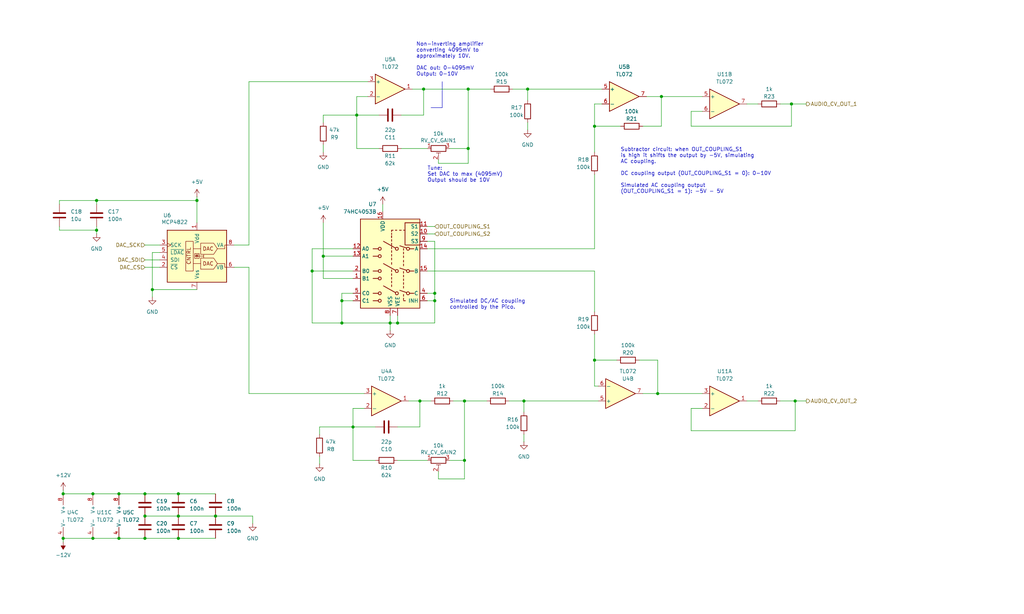
<source format=kicad_sch>
(kicad_sch (version 20250114) (generator "eeschema") (generator_version "9.0")
  (paper "User" 350 210)
  (lib_symbols
    (symbol "+5V_1" (power) (pin_numbers (hide yes)) (pin_names (offset 0) (hide yes))
      (property "Value" "+5V" (at 0 3.556 0))
      (symbol "+5V_1_0_1"
        (polyline (pts (xy -0.762 1.27) (xy 0 2.54)))
        (polyline (pts (xy 0 2.54) (xy 0.762 1.27)))
        (polyline (pts (xy 0 0) (xy 0 2.54)))
      )
      (symbol "+5V_1_1_1"
        (pin power_in line (at 0 0 90) (length 0) (name "~") (number "1"))
      )
    )
    (symbol "Amplifier_Operational:TL072" (pin_names (offset 0.127))
      (property "Reference" "U" (at 0 5.08 0))
      (property "Value" "TL072" (at 0 -5.08 0))
      (symbol "TL072_1_1"
        (polyline (pts (xy -5.08 5.08) (xy 5.08 0) (xy -5.08 -5.08) (xy -5.08 5.08)) (stroke (width 0.254)) (fill (type background)))
        (pin input line (at -7.62 2.54 0) (length 2.54) (name "+") (number "3"))
        (pin input line (at -7.62 -2.54 0) (length 2.54) (name "-") (number "2"))
        (pin output line (at 7.62 0 180) (length 2.54) (name "~") (number "1"))
      )
      (symbol "TL072_2_1"
        (polyline (pts (xy -5.08 5.08) (xy 5.08 0) (xy -5.08 -5.08) (xy -5.08 5.08)) (stroke (width 0.254)) (fill (type background)))
        (pin input line (at -7.62 2.54 0) (length 2.54) (name "+") (number "5"))
        (pin input line (at -7.62 -2.54 0) (length 2.54) (name "-") (number "6"))
        (pin output line (at 7.62 0 180) (length 2.54) (name "~") (number "7"))
      )
      (symbol "TL072_3_1"
        (pin power_in line (at -2.54 7.62 270) (length 3.81) (name "V+") (number "8"))
        (pin power_in line (at -2.54 -7.62 90) (length 3.81) (name "V-") (number "4"))
      )
    )
    (symbol "Analog_DAC:MCP4822" (pin_names (offset 1.016))
      (property "Reference" "U" (at -2.54 10.795 0))
      (property "Value" "MCP4822" (at -2.54 8.89 0))
      (symbol "MCP4822_0_0"
        (polyline (pts (xy 0 -0.889) (xy 0.508 -1.397) (xy -0.508 -1.397) (xy 0 -0.889)))
        (polyline (pts (xy 0 -1.778) (xy 0 -0.635)))
        (polyline (pts (xy 0.381 -0.889) (xy 0.508 -0.762)))
        (polyline (pts (xy 0.381 -0.889) (xy -0.381 -0.889) (xy -0.508 -1.016)))
        (rectangle (start 0.762 -0.381) (end -0.762 -2.032))
        (polyline (pts (xy 0.762 -1.27) (xy 2.286 -1.27) (xy 2.286 -0.762)))
        (polyline (pts (xy 2.286 -1.143) (xy 2.286 -1.905)))
        (polyline (pts (xy 6.985 1.27) (xy 9.525 1.27) (xy 9.525 2.54) (xy 10.16 2.54)))
        (polyline (pts (xy 6.985 -3.81) (xy 9.525 -3.81) (xy 9.525 -5.08) (xy 10.16 -5.08)))
        (text "CNTRL" (at -2.032 -4.191 900) (effects (font (size 1.27 1.27)) (justify left bottom)))
        (text "DAC" (at 3.81 1.27 0) (effects (font (size 1.27 1.27))))
        (text "DAC" (at 3.81 -3.81 0) (effects (font (size 1.27 1.27))))
      )
      (symbol "MCP4822_0_1"
        (rectangle (start -10.16 7.62) (end 10.16 -10.16) (stroke (width 0.254)) (fill (type background)))
        (rectangle (start -1.27 -6.35) (end -3.81 3.81))
        (polyline (pts (xy 1.27 1.27) (xy -1.27 1.27)))
        (polyline (pts (xy 1.27 -3.81) (xy -1.27 -3.81)))
        (polyline (pts (xy 6.985 1.27) (xy 5.715 3.175) (xy 1.27 3.175) (xy 1.27 -0.635) (xy 5.715 -0.635) (xy 6.985 1.27)))
        (polyline (pts (xy 6.985 -3.81) (xy 5.715 -1.905) (xy 1.27 -1.905) (xy 1.27 -5.715) (xy 5.715 -5.715) (xy 6.985 -3.81)))
      )
      (symbol "MCP4822_1_1"
        (pin input clock (at -12.7 2.54 0) (length 2.54) (name "SCK") (number "3"))
        (pin input line (at -12.7 0 0) (length 2.54) (name "~{LDAC}") (number "5"))
        (pin input line (at -12.7 -2.54 0) (length 2.54) (name "SDI") (number "4"))
        (pin input line (at -12.7 -5.08 0) (length 2.54) (name "~{CS}") (number "2"))
        (pin power_in line (at 0 10.16 270) (length 2.54) (name "Vdd") (number "1"))
        (pin power_in line (at 0 -12.7 90) (length 2.54) (name "Vss") (number "7"))
        (pin output line (at 12.7 2.54 180) (length 2.54) (name "VA") (number "8"))
        (pin output line (at 12.7 -5.08 180) (length 2.54) (name "VB") (number "6"))
      )
    )
    (symbol "Analog_Switch:CD4053B"
      (property "Reference" "U" (at -10.16 16.51 0))
      (property "Value" "CD4053B" (at 3.81 16.51 0))
      (symbol "CD4053B_0_1"
        (rectangle (start -10.16 15.24) (end 10.16 -15.24) (stroke (width 0.254)) (fill (type background)))
        (rectangle (start -10.16 6.35) (end -5.08 13.97) (stroke (width 0.254)))
        (polyline (pts (xy -8.128 5.08) (xy -6.604 5.08)) (stroke (width 0.254)))
        (polyline (pts (xy -8.128 -2.54) (xy -6.604 -2.54)) (stroke (width 0.254)))
        (polyline (pts (xy -8.128 -10.16) (xy -6.604 -10.16)) (stroke (width 0.254)))
        (circle (center -6.096 5.08) (radius 0.508) (stroke (width 0.254)))
        (circle (center -6.096 -2.54) (radius 0.508) (stroke (width 0.254)))
        (circle (center -6.096 -10.16) (radius 0.508) (stroke (width 0.254)))
        (polyline (pts (xy -5.588 5.334) (xy -3.302 6.096)) (stroke (width 0.254)))
        (polyline (pts (xy -5.588 -2.286) (xy -3.302 -1.524)) (stroke (width 0.254)))
        (polyline (pts (xy -5.588 -9.906) (xy -3.302 -9.144)) (stroke (width 0.254)))
        (polyline (pts (xy -4.572 11.43) (xy -5.08 11.43)) (stroke (width 0.254)))
        (polyline (pts (xy -4.572 4.572) (xy -4.572 5.207)) (stroke (width 0.254)))
        (polyline (pts (xy -4.572 3.302) (xy -4.572 3.937)) (stroke (width 0.254)))
        (polyline (pts (xy -4.572 2.032) (xy -4.572 2.667)) (stroke (width 0.254)))
        (polyline (pts (xy -4.572 0.508) (xy -4.572 1.143)) (stroke (width 0.254)))
        (polyline (pts (xy -4.572 -0.762) (xy -4.572 -0.127)) (stroke (width 0.254)))
        (polyline (pts (xy -4.572 -3.302) (xy -4.572 -2.667)) (stroke (width 0.254)))
        (polyline (pts (xy -4.572 -4.572) (xy -4.572 -3.937)) (stroke (width 0.254)))
        (polyline (pts (xy -4.572 -5.842) (xy -4.572 -5.207)) (stroke (width 0.254)))
        (polyline (pts (xy -4.572 -7.112) (xy -4.572 -6.477)) (stroke (width 0.254)))
        (polyline (pts (xy -4.572 -8.382) (xy -4.572 -7.747)) (stroke (width 0.254)))
        (polyline (pts (xy -4.572 -11.176) (xy -4.572 -10.541)) (stroke (width 0.254)))
        (polyline (pts (xy -4.572 -12.446) (xy -4.572 -11.811)) (stroke (width 0.254)))
        (polyline (pts (xy -4.572 -12.7) (xy -5.207 -12.7)) (stroke (width 0.254)))
        (polyline (pts (xy -3.81 11.43) (xy -3.175 11.43)) (stroke (width 0.254)))
        (circle (center -2.286 5.08) (radius 0.508) (stroke (width 0.254)))
        (circle (center -2.286 -2.54) (radius 0.508) (stroke (width 0.254)))
        (circle (center -2.286 -10.16) (radius 0.508) (stroke (width 0.254)))
        (polyline (pts (xy -1.778 11.43) (xy -2.286 11.43)) (stroke (width 0.254)))
        (polyline (pts (xy -1.778 5.334) (xy 2.286 7.62)) (stroke (width 0.254)))
        (polyline (pts (xy -1.778 -2.286) (xy 2.286 0)) (stroke (width 0.254)))
        (polyline (pts (xy -1.778 -9.906) (xy 2.286 -7.62)) (stroke (width 0.254)))
        (polyline (pts (xy -0.508 11.43) (xy -1.016 11.43)) (stroke (width 0.254)))
        (polyline (pts (xy -0.508 10.922) (xy -0.508 11.43)) (stroke (width 0.254)))
        (polyline (pts (xy -0.508 9.906) (xy -0.508 10.414)) (stroke (width 0.254)))
        (polyline (pts (xy -0.508 8.89) (xy -0.508 9.525)) (stroke (width 0.254)))
        (polyline (pts (xy -0.508 8.89) (xy -0.508 9.398)) (stroke (width 0.254)))
        (polyline (pts (xy -0.508 7.62) (xy -0.508 8.255)) (stroke (width 0.254)))
        (polyline (pts (xy -0.508 6.35) (xy -0.508 6.985)) (stroke (width 0.254)))
        (polyline (pts (xy -0.508 5.08) (xy -0.508 5.715)) (stroke (width 0.254)))
        (polyline (pts (xy -0.508 3.81) (xy -0.508 4.445)) (stroke (width 0.254)))
        (polyline (pts (xy -0.508 2.54) (xy -0.508 3.175)) (stroke (width 0.254)))
        (polyline (pts (xy -0.508 1.27) (xy -0.508 1.905)) (stroke (width 0.254)))
        (polyline (pts (xy -0.508 -0.254) (xy -0.508 0.381)) (stroke (width 0.254)))
        (polyline (pts (xy -0.508 -2.794) (xy -0.508 -2.159)) (stroke (width 0.254)))
        (polyline (pts (xy -0.508 -4.064) (xy -0.508 -3.429)) (stroke (width 0.254)))
        (polyline (pts (xy -0.508 -5.334) (xy -0.508 -4.699)) (stroke (width 0.254)))
        (polyline (pts (xy -0.508 -6.604) (xy -0.508 -5.969)) (stroke (width 0.254)))
        (polyline (pts (xy -0.508 -7.874) (xy -0.508 -7.239)) (stroke (width 0.254)))
        (circle (center 3.556 5.08) (radius 0.508) (stroke (width 0.254)))
        (circle (center 3.556 2.54) (radius 0.508) (stroke (width 0.254)))
        (circle (center 3.556 -2.54) (radius 0.508) (stroke (width 0.254)))
        (circle (center 3.556 -5.08) (radius 0.508) (stroke (width 0.254)))
        (circle (center 3.556 -10.16) (radius 0.508) (stroke (width 0.254)))
        (circle (center 3.556 -12.7) (radius 0.508) (stroke (width 0.254)))
        (polyline (pts (xy 4.064 5.08) (xy 5.842 5.08)) (stroke (width 0.254)))
        (polyline (pts (xy 4.064 2.54) (xy 5.842 2.54)) (stroke (width 0.254)))
        (polyline (pts (xy 4.064 -2.54) (xy 5.842 -2.54)) (stroke (width 0.254)))
        (polyline (pts (xy 4.064 -5.08) (xy 5.842 -5.08)) (stroke (width 0.254)))
        (polyline (pts (xy 4.064 -10.16) (xy 5.842 -10.16)) (stroke (width 0.254)))
        (polyline (pts (xy 4.064 -12.7) (xy 5.842 -12.7)) (stroke (width 0.254)))
      )
      (symbol "CD4053B_1_1"
        (pin input line (at -12.7 12.7 0) (length 2.54) (name "S1") (number "11"))
        (pin input line (at -12.7 10.16 0) (length 2.54) (name "S2") (number "10"))
        (pin input line (at -12.7 7.62 0) (length 2.54) (name "S3") (number "9"))
        (pin bidirectional line (at -12.7 5.08 0) (length 2.54) (name "A") (number "14"))
        (pin bidirectional line (at -12.7 -2.54 0) (length 2.54) (name "B") (number "15"))
        (pin bidirectional line (at -12.7 -10.16 0) (length 2.54) (name "C") (number "4"))
        (pin input line (at -12.7 -12.7 0) (length 2.54) (name "INH") (number "6"))
        (pin power_in line (at -2.54 -17.78 90) (length 2.54) (name "VEE") (number "7"))
        (pin power_in line (at 0 -17.78 90) (length 2.54) (name "VSS") (number "8"))
        (pin power_in line (at 2.54 17.78 270) (length 2.54) (name "VDD") (number "16"))
        (pin bidirectional line (at 12.7 5.08 180) (length 2.54) (name "A0") (number "12"))
        (pin bidirectional line (at 12.7 2.54 180) (length 2.54) (name "A1") (number "13"))
        (pin bidirectional line (at 12.7 -2.54 180) (length 2.54) (name "B0") (number "2"))
        (pin bidirectional line (at 12.7 -5.08 180) (length 2.54) (name "B1") (number "1"))
        (pin bidirectional line (at 12.7 -10.16 180) (length 2.54) (name "C0") (number "5"))
        (pin bidirectional line (at 12.7 -12.7 180) (length 2.54) (name "C1") (number "3"))
      )
    )
    (symbol "Device:C" (pin_numbers (hide yes)) (pin_names (offset 0.254))
      (property "Reference" "C" (at 0.635 2.54 0))
      (property "Value" "C" (at 0.635 -2.54 0))
      (symbol "C_0_1"
        (polyline (pts (xy -2.032 0.762) (xy 2.032 0.762)) (stroke (width 0.508)))
        (polyline (pts (xy -2.032 -0.762) (xy 2.032 -0.762)) (stroke (width 0.508)))
      )
      (symbol "C_1_1"
        (pin passive line (at 0 3.81 270) (length 2.794) (name "~") (number "1"))
        (pin passive line (at 0 -3.81 90) (length 2.794) (name "~") (number "2"))
      )
    )
    (symbol "Device:R" (pin_numbers (hide yes)) (pin_names (offset 0))
      (property "Reference" "R" (at 2.032 0 90))
      (property "Value" "R" (at 0 0 90))
      (symbol "R_0_1"
        (rectangle (start -1.016 -2.54) (end 1.016 2.54) (stroke (width 0.254)))
      )
      (symbol "R_1_1"
        (pin passive line (at 0 3.81 270) (length 1.27) (name "~") (number "1"))
        (pin passive line (at 0 -3.81 90) (length 1.27) (name "~") (number "2"))
      )
    )
    (symbol "Device:R_Potentiometer_Trim" (pin_names (offset 1.016) (hide yes))
      (property "Reference" "RV" (at -4.445 0 90))
      (property "Value" "R_Potentiometer_Trim" (at -2.54 0 90))
      (symbol "R_Potentiometer_Trim_0_1"
        (rectangle (start 1.016 2.54) (end -1.016 -2.54) (stroke (width 0.254)))
        (polyline (pts (xy 1.524 0.762) (xy 1.524 -0.762)))
        (polyline (pts (xy 2.54 0) (xy 1.524 0)))
      )
      (symbol "R_Potentiometer_Trim_1_1"
        (pin passive line (at 0 3.81 270) (length 1.27) (name "1") (number "1"))
        (pin passive line (at 0 -3.81 90) (length 1.27) (name "3") (number "3"))
        (pin passive line (at 3.81 0 180) (length 1.27) (name "2") (number "2"))
      )
    )
    (symbol "power:+12V" (power) (pin_numbers (hide yes)) (pin_names (offset 0) (hide yes))
      (property "Value" "+12V" (at 0 3.556 0))
      (symbol "+12V_0_1"
        (polyline (pts (xy -0.762 1.27) (xy 0 2.54)))
        (polyline (pts (xy 0 2.54) (xy 0.762 1.27)))
        (polyline (pts (xy 0 0) (xy 0 2.54)))
      )
      (symbol "+12V_1_1"
        (pin power_in line (at 0 0 90) (length 0) (name "~") (number "1"))
      )
    )
    (symbol "power:-12V" (power) (pin_numbers (hide yes)) (pin_names (offset 0) (hide yes))
      (property "Value" "-12V" (at 0 3.556 0))
      (symbol "-12V_0_0"
        (pin power_in line (at 0 0 90) (length 0) (name "~") (number "1"))
      )
      (symbol "-12V_0_1"
        (polyline (pts (xy 0 0) (xy 0 1.27) (xy 0.762 1.27) (xy 0 2.54) (xy -0.762 1.27) (xy 0 1.27)) (fill (type outline)))
      )
    )
    (symbol "power:GND" (power) (pin_numbers (hide yes)) (pin_names (offset 0) (hide yes))
      (property "Value" "GND" (at 0 -3.81 0))
      (symbol "GND_0_1"
        (polyline (pts (xy 0 0) (xy 0 -1.27) (xy 1.27 -1.27) (xy 0 -2.54) (xy -1.27 -1.27) (xy 0 -1.27)))
      )
      (symbol "GND_1_1"
        (pin power_in line (at 0 0 270) (length 0) (name "~") (number "1"))
      )
    )
  )
  (text "Simulated DC/AC coupling \ncontrolled by the Pico." (at 153.67 104.14 0) (effects (font (size 1.27 1.27)) (justify left)))
  (text "Subtractor circuit: when OUT_COUPLING_S1\nis high it shifts the output by -5V, simulating\nAC coupling.\n\nDC coupling output (OUT_COUPLING_S1 = 0): 0-10V\n\nSimulated AC coupling output \n(OUT_COUPLING_S1 = 1): -5V - 5V" (at 212.09 58.42 0) (effects (font (size 1.27 1.27)) (justify left)))
  (text "Tune:\nSet DAC to max (4095mV)\nOutput should be 10V" (at 146.05 59.69 0) (effects (font (size 1.27 1.27)) (justify left)))
  (text "Non-inverting amplifier \nconverting 4095mV to \napproximately 10V. \n\nDAC out: 0-4095mV\nOutput: 0-10V" (at 142.24 20.32 0) (effects (font (size 1.27 1.27)) (justify left)))
  (junction (at 133.35 110.49))
  (junction (at 21.59 184.15))
  (junction (at 52.07 99.06))
  (junction (at 203.2 43.18))
  (junction (at 106.68 92.71))
  (junction (at 158.75 137.16))
  (junction (at 271.78 137.16))
  (junction (at 21.59 168.91))
  (junction (at 135.89 110.49))
  (junction (at 148.59 102.87))
  (junction (at 148.59 100.33))
  (junction (at 49.53 176.53))
  (junction (at 226.06 33.02))
  (junction (at 60.96 184.15))
  (junction (at 40.64 184.15))
  (junction (at 121.92 39.37))
  (junction (at 40.64 168.91))
  (junction (at 144.78 30.48))
  (junction (at 143.51 137.16))
  (junction (at 31.75 168.91))
  (junction (at 73.66 176.53))
  (junction (at 60.96 176.53))
  (junction (at 31.75 184.15))
  (junction (at 60.96 168.91))
  (junction (at 120.65 146.05))
  (junction (at 158.75 157.48))
  (junction (at 49.53 184.15))
  (junction (at 116.84 102.87))
  (junction (at 270.51 35.56))
  (junction (at 49.53 168.91))
  (junction (at 33.02 68.58))
  (junction (at 224.79 134.62))
  (junction (at 116.84 110.49))
  (junction (at 160.02 50.8))
  (junction (at 179.07 137.16))
  (junction (at 67.31 68.58))
  (junction (at 33.02 78.74))
  (junction (at 160.02 30.48))
  (junction (at 203.2 123.19))
  (junction (at 110.49 87.63))
  (junction (at 180.34 30.48))
  (wire (pts (xy 203.2 114.3) (xy 203.2 123.19)))
  (wire (pts (xy 149.86 161.29) (xy 149.86 163.83)))
  (wire (pts (xy 148.59 77.47) (xy 146.05 77.47)))
  (wire (pts (xy 270.51 35.56) (xy 270.51 43.18)))
  (wire (pts (xy 60.96 176.53) (xy 73.66 176.53)))
  (wire (pts (xy 52.07 86.36) (xy 52.07 99.06)))
  (wire (pts (xy 116.84 102.87) (xy 116.84 100.33)))
  (wire (pts (xy 236.22 43.18) (xy 236.22 38.1)))
  (wire (pts (xy 125.73 33.02) (xy 121.92 33.02)))
  (wire (pts (xy 148.59 80.01) (xy 146.05 80.01)))
  (wire (pts (xy 146.05 85.09) (xy 203.2 85.09)))
  (wire (pts (xy 49.53 176.53) (xy 60.96 176.53)))
  (wire (pts (xy 205.74 35.56) (xy 203.2 35.56)))
  (wire (pts (xy 236.22 139.7) (xy 236.22 147.32)))
  (wire (pts (xy 210.82 123.19) (xy 203.2 123.19)))
  (wire (pts (xy 49.53 88.9) (xy 54.61 88.9)))
  (wire (pts (xy 60.96 184.15) (xy 73.66 184.15)))
  (wire (pts (xy 135.89 157.48) (xy 146.05 157.48)))
  (wire (pts (xy 203.2 132.08) (xy 204.47 132.08)))
  (wire (pts (xy 116.84 100.33) (xy 120.65 100.33)))
  (wire (pts (xy 49.53 184.15) (xy 60.96 184.15)))
  (wire (pts (xy 180.34 30.48) (xy 205.74 30.48)))
  (wire (pts (xy 203.2 43.18) (xy 212.09 43.18)))
  (wire (pts (xy 120.65 85.09) (xy 106.68 85.09)))
  (wire (pts (xy 67.31 68.58) (xy 67.31 76.2)))
  (wire (pts (xy 203.2 123.19) (xy 203.2 132.08)))
  (wire (pts (xy 137.16 39.37) (xy 144.78 39.37)))
  (wire (pts (xy 226.06 43.18) (xy 219.71 43.18)))
  (wire (pts (xy 121.92 39.37) (xy 129.54 39.37)))
  (wire (pts (xy 153.67 157.48) (xy 158.75 157.48)))
  (wire (pts (xy 203.2 92.71) (xy 203.2 106.68)))
  (wire (pts (xy 133.35 107.95) (xy 133.35 110.49)))
  (wire (pts (xy 120.65 92.71) (xy 106.68 92.71)))
  (wire (pts (xy 219.71 134.62) (xy 224.79 134.62)))
  (wire (pts (xy 148.59 100.33) (xy 148.59 102.87)))
  (wire (pts (xy 110.49 49.53) (xy 110.49 52.07)))
  (wire (pts (xy 110.49 41.91) (xy 110.49 39.37)))
  (wire (pts (xy 106.68 85.09) (xy 106.68 92.71)))
  (polyline (pts (xy 147.32 36.83) (xy 151.13 36.83)))
  (wire (pts (xy 110.49 39.37) (xy 121.92 39.37)))
  (wire (pts (xy 179.07 151.13) (xy 179.07 148.59)))
  (wire (pts (xy 33.02 69.85) (xy 33.02 68.58)))
  (wire (pts (xy 130.81 69.85) (xy 130.81 72.39)))
  (wire (pts (xy 224.79 134.62) (xy 240.03 134.62)))
  (wire (pts (xy 175.26 30.48) (xy 180.34 30.48)))
  (wire (pts (xy 226.06 33.02) (xy 226.06 43.18)))
  (wire (pts (xy 20.32 78.74) (xy 33.02 78.74)))
  (wire (pts (xy 140.97 30.48) (xy 144.78 30.48)))
  (wire (pts (xy 49.53 83.82) (xy 54.61 83.82)))
  (wire (pts (xy 121.92 50.8) (xy 121.92 39.37)))
  (wire (pts (xy 271.78 137.16) (xy 266.7 137.16)))
  (wire (pts (xy 110.49 95.25) (xy 120.65 95.25)))
  (wire (pts (xy 52.07 101.6) (xy 52.07 99.06)))
  (wire (pts (xy 240.03 139.7) (xy 236.22 139.7)))
  (wire (pts (xy 179.07 137.16) (xy 204.47 137.16)))
  (wire (pts (xy 80.01 91.44) (xy 85.09 91.44)))
  (wire (pts (xy 180.34 44.45) (xy 180.34 41.91)))
  (wire (pts (xy 110.49 87.63) (xy 120.65 87.63)))
  (wire (pts (xy 54.61 86.36) (xy 52.07 86.36)))
  (wire (pts (xy 275.59 137.16) (xy 271.78 137.16)))
  (wire (pts (xy 203.2 35.56) (xy 203.2 43.18)))
  (wire (pts (xy 135.89 107.95) (xy 135.89 110.49)))
  (wire (pts (xy 160.02 30.48) (xy 167.64 30.48)))
  (wire (pts (xy 128.27 157.48) (xy 120.65 157.48)))
  (wire (pts (xy 124.46 139.7) (xy 120.65 139.7)))
  (wire (pts (xy 86.36 179.07) (xy 86.36 176.53)))
  (wire (pts (xy 133.35 110.49) (xy 133.35 113.03)))
  (wire (pts (xy 203.2 43.18) (xy 203.2 52.07)))
  (wire (pts (xy 21.59 185.42) (xy 21.59 184.15)))
  (wire (pts (xy 21.59 168.91) (xy 31.75 168.91)))
  (wire (pts (xy 148.59 110.49) (xy 148.59 102.87)))
  (wire (pts (xy 144.78 30.48) (xy 160.02 30.48)))
  (wire (pts (xy 203.2 85.09) (xy 203.2 59.69)))
  (wire (pts (xy 60.96 168.91) (xy 73.66 168.91)))
  (wire (pts (xy 85.09 27.94) (xy 85.09 83.82)))
  (wire (pts (xy 146.05 100.33) (xy 148.59 100.33)))
  (wire (pts (xy 143.51 146.05) (xy 143.51 137.16)))
  (wire (pts (xy 20.32 77.47) (xy 20.32 78.74)))
  (wire (pts (xy 86.36 176.53) (xy 73.66 176.53)))
  (wire (pts (xy 146.05 82.55) (xy 148.59 82.55)))
  (wire (pts (xy 158.75 163.83) (xy 158.75 157.48)))
  (wire (pts (xy 173.99 137.16) (xy 179.07 137.16)))
  (polyline (pts (xy 151.13 27.94) (xy 151.13 36.83)))
  (wire (pts (xy 110.49 87.63) (xy 110.49 95.25)))
  (wire (pts (xy 85.09 134.62) (xy 124.46 134.62)))
  (wire (pts (xy 33.02 78.74) (xy 33.02 77.47)))
  (wire (pts (xy 33.02 68.58) (xy 67.31 68.58)))
  (wire (pts (xy 21.59 167.64) (xy 21.59 168.91)))
  (wire (pts (xy 116.84 110.49) (xy 116.84 102.87)))
  (wire (pts (xy 275.59 35.56) (xy 270.51 35.56)))
  (wire (pts (xy 146.05 92.71) (xy 203.2 92.71)))
  (wire (pts (xy 40.64 168.91) (xy 49.53 168.91)))
  (wire (pts (xy 110.49 76.2) (xy 110.49 87.63)))
  (wire (pts (xy 40.64 184.15) (xy 49.53 184.15)))
  (wire (pts (xy 179.07 137.16) (xy 179.07 140.97)))
  (wire (pts (xy 255.27 35.56) (xy 259.08 35.56)))
  (wire (pts (xy 106.68 110.49) (xy 116.84 110.49)))
  (wire (pts (xy 158.75 137.16) (xy 166.37 137.16)))
  (wire (pts (xy 33.02 80.01) (xy 33.02 78.74)))
  (wire (pts (xy 149.86 163.83) (xy 158.75 163.83)))
  (wire (pts (xy 180.34 30.48) (xy 180.34 34.29)))
  (wire (pts (xy 224.79 123.19) (xy 224.79 134.62)))
  (wire (pts (xy 158.75 157.48) (xy 158.75 137.16)))
  (wire (pts (xy 109.22 146.05) (xy 120.65 146.05)))
  (wire (pts (xy 129.54 50.8) (xy 121.92 50.8)))
  (wire (pts (xy 120.65 139.7) (xy 120.65 146.05)))
  (wire (pts (xy 85.09 83.82) (xy 80.01 83.82)))
  (wire (pts (xy 120.65 146.05) (xy 128.27 146.05)))
  (wire (pts (xy 160.02 55.88) (xy 160.02 50.8)))
  (wire (pts (xy 106.68 92.71) (xy 106.68 110.49)))
  (wire (pts (xy 31.75 184.15) (xy 40.64 184.15)))
  (wire (pts (xy 135.89 146.05) (xy 143.51 146.05)))
  (wire (pts (xy 120.65 157.48) (xy 120.65 146.05)))
  (wire (pts (xy 133.35 110.49) (xy 116.84 110.49)))
  (wire (pts (xy 133.35 110.49) (xy 135.89 110.49)))
  (wire (pts (xy 154.94 137.16) (xy 158.75 137.16)))
  (wire (pts (xy 153.67 50.8) (xy 160.02 50.8)))
  (wire (pts (xy 220.98 33.02) (xy 226.06 33.02)))
  (wire (pts (xy 135.89 110.49) (xy 148.59 110.49)))
  (wire (pts (xy 149.86 54.61) (xy 149.86 55.88)))
  (wire (pts (xy 85.09 91.44) (xy 85.09 134.62)))
  (wire (pts (xy 226.06 33.02) (xy 240.03 33.02)))
  (wire (pts (xy 160.02 50.8) (xy 160.02 30.48)))
  (wire (pts (xy 255.27 137.16) (xy 259.08 137.16)))
  (wire (pts (xy 236.22 147.32) (xy 271.78 147.32)))
  (wire (pts (xy 49.53 168.91) (xy 60.96 168.91)))
  (wire (pts (xy 236.22 38.1) (xy 240.03 38.1)))
  (wire (pts (xy 109.22 148.59) (xy 109.22 146.05)))
  (wire (pts (xy 20.32 69.85) (xy 20.32 68.58)))
  (wire (pts (xy 139.7 137.16) (xy 143.51 137.16)))
  (wire (pts (xy 120.65 102.87) (xy 116.84 102.87)))
  (wire (pts (xy 31.75 168.91) (xy 40.64 168.91)))
  (wire (pts (xy 52.07 99.06) (xy 67.31 99.06)))
  (wire (pts (xy 49.53 91.44) (xy 54.61 91.44)))
  (wire (pts (xy 218.44 123.19) (xy 224.79 123.19)))
  (wire (pts (xy 270.51 43.18) (xy 236.22 43.18)))
  (wire (pts (xy 121.92 33.02) (xy 121.92 39.37)))
  (wire (pts (xy 109.22 156.21) (xy 109.22 158.75)))
  (wire (pts (xy 21.59 184.15) (xy 31.75 184.15)))
  (wire (pts (xy 148.59 102.87) (xy 146.05 102.87)))
  (wire (pts (xy 125.73 27.94) (xy 85.09 27.94)))
  (wire (pts (xy 149.86 55.88) (xy 160.02 55.88)))
  (wire (pts (xy 271.78 147.32) (xy 271.78 137.16)))
  (wire (pts (xy 67.31 67.31) (xy 67.31 68.58)))
  (wire (pts (xy 143.51 137.16) (xy 147.32 137.16)))
  (wire (pts (xy 20.32 68.58) (xy 33.02 68.58)))
  (wire (pts (xy 144.78 39.37) (xy 144.78 30.48)))
  (wire (pts (xy 270.51 35.56) (xy 266.7 35.56)))
  (wire (pts (xy 137.16 50.8) (xy 146.05 50.8)))
  (wire (pts (xy 148.59 82.55) (xy 148.59 100.33)))
  (hierarchical_label "DAC_SCK" (shape input) (at 49.53 83.82 180))
  (hierarchical_label "OUT_COUPLING_S2" (shape input) (at 148.59 80.01 0))
  (hierarchical_label "OUT_COUPLING_S1" (shape input) (at 148.59 77.47 0))
  (hierarchical_label "AUDIO_CV_OUT_1" (shape output) (at 275.59 35.56 0))
  (hierarchical_label "DAC_SDI" (shape input) (at 49.53 88.9 180))
  (hierarchical_label "AUDIO_CV_OUT_2" (shape output) (at 275.59 137.16 0))
  (hierarchical_label "DAC_CS" (shape input) (at 49.53 91.44 180))
  (symbol (lib_id "Device:R") (at 203.2 55.88 0) (mirror x) (unit 1)
    (property "Reference" "R18" (at 199.39 54.61 0))
    (property "Value" "100k" (at 199.39 57.15 0))
    (property "Footprint" "Resistor_SMD:R_0603_1608Metric" (effects (hide yes)))
    (property "LCSC" "C25803" (effects (hide yes)))
    (property "Vendor" "JLCPCB" (effects (hide yes)))
    (property "CHECKED" "YES" (effects (hide yes)))
  )
  (symbol (lib_id "power:GND") (at 179.07 151.13 0) (unit 1)
    (property "Reference" "#PWR043" (effects (hide yes)))
    (property "Value" "GND" (at 179.07 156.21 0))
    (property "Description" "Power symbol creates a global label with name \"GND\" , ground" (effects (hide yes)))
  )
  (symbol (lib_id "Device:C") (at 20.32 73.66 0) (unit 1)
    (property "Reference" "C18" (at 24.13 72.3899 0) (effects (justify left)))
    (property "Value" "10u" (at 24.13 74.9299 0) (effects (justify left)))
    (property "Footprint" "Capacitor_SMD:C_0603_1608Metric" (effects (hide yes)))
    (property "LCSC" "C19702" (effects (hide yes)))
    (property "Vendor" "JLCPCB" (effects (hide yes)))
    (property "CHECKED" "YES" (effects (hide yes)))
  )
  (symbol (lib_id "Amplifier_Operational:TL072") (at 213.36 33.02 0) (unit 2)
    (property "Reference" "U5" (at 213.36 22.86 0))
    (property "Value" "TL072" (at 213.36 25.4 0))
    (property "Footprint" "Package_SO:SOIC-8_3.9x4.9mm_P1.27mm" (effects (hide yes)))
    (property "Datasheet" "http://www.ti.com/lit/ds/symlink/tl071.pdf" (effects (hide yes)))
    (property "Description" "Dual Low-Noise JFET-Input Operational Amplifiers, DIP-8/SOIC-8" (effects (hide yes)))
    (property "LCSC" "C6961" (effects (hide yes)))
    (property "Vendor" "JLCPCB" (effects (hide yes)))
    (property "CHECKED" "YES" (effects (hide yes)))
  )
  (symbol (lib_id "Device:C") (at 60.96 172.72 0) (unit 1)
    (property "Reference" "C6" (at 64.77 171.45 0) (effects (justify left)))
    (property "Value" "100n" (at 64.77 173.99 0) (effects (justify left)))
    (property "Footprint" "Capacitor_SMD:C_0603_1608Metric" (effects (hide yes)))
    (property "LCSC" "C14663" (effects (hide yes)))
    (property "Vendor" "JLCPCB" (effects (hide yes)))
    (property "CHECKED" "YES" (effects (hide yes)))
  )
  (symbol (lib_id "Device:R") (at 179.07 144.78 0) (mirror x) (unit 1)
    (property "Reference" "R16" (at 175.26 143.51 0))
    (property "Value" "100k" (at 175.26 146.05 0))
    (property "Footprint" "Resistor_SMD:R_0603_1608Metric" (effects (hide yes)))
    (property "LCSC" "C25803" (effects (hide yes)))
    (property "Vendor" "JLCPCB" (effects (hide yes)))
    (property "CHECKED" "YES" (effects (hide yes)))
  )
  (symbol (lib_id "power:GND") (at 133.35 113.03 0) (unit 1)
    (property "Reference" "#PWR049" (effects (hide yes)))
    (property "Value" "GND" (at 133.35 118.11 0))
    (property "Description" "Power symbol creates a global label with name \"GND\" , ground" (effects (hide yes)))
  )
  (symbol (lib_id "Amplifier_Operational:TL072") (at 212.09 134.62 0) (mirror x) (unit 2)
    (property "Reference" "U4" (at 214.63 129.54 0))
    (property "Value" "TL072" (at 214.63 127 0))
    (property "Footprint" "Package_SO:SOIC-8_3.9x4.9mm_P1.27mm" (effects (hide yes)))
    (property "Datasheet" "http://www.ti.com/lit/ds/symlink/tl071.pdf" (effects (hide yes)))
    (property "Description" "Dual Low-Noise JFET-Input Operational Amplifiers, DIP-8/SOIC-8" (effects (hide yes)))
    (property "LCSC" "C6961" (effects (hide yes)))
    (property "Vendor" "JLCPCB" (effects (hide yes)))
    (property "CHECKED" "YES" (effects (hide yes)))
  )
  (symbol (lib_id "Amplifier_Operational:TL072") (at 43.18 176.53 0) (unit 3)
    (property "Reference" "U5" (at 41.91 175.2599 0) (effects (justify left)))
    (property "Value" "TL072" (at 41.91 177.7999 0) (effects (justify left)))
    (property "Footprint" "Package_SO:SOIC-8_3.9x4.9mm_P1.27mm" (effects (hide yes)))
    (property "Datasheet" "http://www.ti.com/lit/ds/symlink/tl071.pdf" (effects (hide yes)))
    (property "Description" "Dual Low-Noise JFET-Input Operational Amplifiers, DIP-8/SOIC-8" (effects (hide yes)))
    (property "LCSC" "C6961" (effects (hide yes)))
    (property "Vendor" "JLCPCB" (effects (hide yes)))
    (property "CHECKED" "YES" (effects (hide yes)))
  )
  (symbol (lib_id "Device:R") (at 171.45 30.48 90) (mirror x) (unit 1)
    (property "Reference" "R15" (at 171.45 27.94 90))
    (property "Value" "100k" (at 171.45 25.4 90))
    (property "Footprint" "Resistor_SMD:R_0603_1608Metric" (effects (hide yes)))
    (property "LCSC" "C25803" (effects (hide yes)))
    (property "Vendor" "JLCPCB" (effects (hide yes)))
    (property "CHECKED" "YES" (effects (hide yes)))
  )
  (symbol (lib_id "Analog_DAC:MCP4822") (at 67.31 86.36 0) (unit 1)
    (property "Reference" "U6" (at 57.15 73.66 0))
    (property "Value" "MCP4822" (at 59.69 75.9714 0))
    (property "Footprint" "Package_SO:SOIC-8_3.9x4.9mm_P1.27mm" (effects (hide yes)))
    (property "Datasheet" "http://ww1.microchip.com/downloads/en/DeviceDoc/20002249B.pdf" (effects (hide yes)))
    (property "Vendor" "JLCPCB" (effects (hide yes)))
    (property "LCSC" "C623653" (effects (hide yes)))
    (property "CHECKED" "YES" (effects (hide yes)))
  )
  (symbol (lib_id "Device:R") (at 110.49 45.72 180) (unit 1)
    (property "Reference" "R9" (at 114.3 46.99 0))
    (property "Value" "47k" (at 114.3 44.45 0))
    (property "Footprint" "Resistor_SMD:R_0603_1608Metric" (effects (hide yes)))
    (property "LCSC" "C25819" (effects (hide yes)))
    (property "Vendor" "JLCPCB" (effects (hide yes)))
    (property "CHECKED" "YES" (effects (hide yes)))
  )
  (symbol (lib_id "power:GND") (at 180.34 44.45 0) (unit 1)
    (property "Reference" "#PWR02" (effects (hide yes)))
    (property "Value" "GND" (at 180.34 49.53 0))
    (property "Description" "Power symbol creates a global label with name \"GND\" , ground" (effects (hide yes)))
  )
  (symbol (lib_id "Device:C") (at 49.53 172.72 0) (unit 1)
    (property "Reference" "C19" (at 53.34 171.45 0) (effects (justify left)))
    (property "Value" "100n" (at 53.34 173.99 0) (effects (justify left)))
    (property "Footprint" "Capacitor_SMD:C_0603_1608Metric" (effects (hide yes)))
    (property "LCSC" "C14663" (effects (hide yes)))
    (property "Vendor" "JLCPCB" (effects (hide yes)))
    (property "CHECKED" "YES" (effects (hide yes)))
  )
  (symbol (lib_id "Amplifier_Operational:TL072") (at 133.35 30.48 0) (unit 1)
    (property "Reference" "U5" (at 133.35 20.32 0))
    (property "Value" "TL072" (at 133.35 22.86 0))
    (property "Footprint" "Package_SO:SOIC-8_3.9x4.9mm_P1.27mm" (effects (hide yes)))
    (property "Datasheet" "http://www.ti.com/lit/ds/symlink/tl071.pdf" (effects (hide yes)))
    (property "Description" "Dual Low-Noise JFET-Input Operational Amplifiers, DIP-8/SOIC-8" (effects (hide yes)))
    (property "LCSC" "C6961" (effects (hide yes)))
    (property "Vendor" "JLCPCB" (effects (hide yes)))
    (property "CHECKED" "YES" (effects (hide yes)))
  )
  (symbol (lib_id "Amplifier_Operational:TL072") (at 247.65 137.16 0) (unit 1)
    (property "Reference" "U11" (at 247.65 127 0))
    (property "Value" "TL072" (at 247.65 129.54 0))
    (property "Footprint" "Package_SO:SOIC-8_3.9x4.9mm_P1.27mm" (effects (hide yes)))
    (property "Datasheet" "http://www.ti.com/lit/ds/symlink/tl071.pdf" (effects (hide yes)))
    (property "Description" "Dual Low-Noise JFET-Input Operational Amplifiers, DIP-8/SOIC-8" (effects (hide yes)))
    (property "Vendor" "JLCPCB" (effects (hide yes)))
    (property "LCSC" "C6961" (effects (hide yes)))
    (property "CHECKED" "YES" (effects (hide yes)))
  )
  (symbol (lib_id "power:-12V") (at 21.59 185.42 180) (unit 1)
    (property "Reference" "#PWR040" (effects (hide yes)))
    (property "Value" "-12V" (at 21.59 189.865 0))
    (property "Description" "Power symbol creates a global label with name \"-12V\"" (effects (hide yes)))
  )
  (symbol (lib_id "Device:R") (at 151.13 137.16 90) (mirror x) (unit 1)
    (property "Reference" "R12" (at 151.13 134.62 90))
    (property "Value" "1k" (at 151.13 132.08 90))
    (property "Footprint" "Resistor_SMD:R_0603_1608Metric" (effects (hide yes)))
    (property "LCSC" "C21190" (effects (hide yes)))
    (property "Vendor" "JLCPCB" (effects (hide yes)))
    (property "CHECKED" "YES" (effects (hide yes)))
  )
  (symbol (lib_name "+5V_1") (lib_id "power:+5V") (at 67.31 67.31 0) (unit 1)
    (property "Reference" "#PWR042" (effects (hide yes)))
    (property "Value" "+5V" (at 67.31 62.23 0))
    (property "Description" "Power symbol creates a global label with name \"+5V\"" (effects (hide yes)))
  )
  (symbol (lib_id "Device:R") (at 262.89 137.16 90) (mirror x) (unit 1)
    (property "Reference" "R22" (at 262.89 134.62 90))
    (property "Value" "1k" (at 262.89 132.08 90))
    (property "Footprint" "Resistor_SMD:R_0603_1608Metric" (effects (hide yes)))
    (property "LCSC" "C21190" (effects (hide yes)))
    (property "Vendor" "JLCPCB" (effects (hide yes)))
    (property "CHECKED" "YES" (effects (hide yes)))
  )
  (symbol (lib_id "Device:R_Potentiometer_Trim") (at 149.86 50.8 90) (mirror x) (unit 1)
    (property "Reference" "RV_CV_GAIN1" (at 149.86 48.0314 90))
    (property "Value" "10k" (at 149.86 45.72 90))
    (property "Footprint" "Potentiometer_THT:Potentiometer_ACP_CA6-H2,5_Horizontal" (effects (hide yes)))
    (property "Part No." "531-PT6KH-10K " (effects (hide yes)))
    (property "Part URL" "https://mou.sr/4gcYhlU" (effects (hide yes)))
    (property "Vendor" "Mouser" (effects (hide yes)))
  )
  (symbol (lib_id "Device:C") (at 133.35 39.37 90) (mirror x) (unit 1)
    (property "Reference" "C11" (at 133.35 46.99 90))
    (property "Value" "22p" (at 133.35 44.45 90))
    (property "Footprint" "Capacitor_SMD:C_0603_1608Metric" (effects (hide yes)))
    (property "LCSC" "C1653" (effects (hide yes)))
    (property "Vendor" "JLCPCB" (effects (hide yes)))
    (property "CHECKED" "YES" (effects (hide yes)))
  )
  (symbol (lib_id "Device:R") (at 132.08 157.48 90) (unit 1)
    (property "Reference" "R10" (at 132.08 160.02 90))
    (property "Value" "62k" (at 132.08 162.56 90))
    (property "Footprint" "Resistor_SMD:R_0603_1608Metric" (effects (hide yes)))
    (property "LCSC" "C23221" (effects (hide yes)))
    (property "Vendor" "JLCPCB" (effects (hide yes)))
    (property "CHECKED" "YES" (effects (hide yes)))
  )
  (symbol (lib_id "Amplifier_Operational:TL072") (at 247.65 35.56 0) (unit 2)
    (property "Reference" "U11" (at 247.65 25.4 0))
    (property "Value" "TL072" (at 247.65 27.94 0))
    (property "Footprint" "Package_SO:SOIC-8_3.9x4.9mm_P1.27mm" (effects (hide yes)))
    (property "Datasheet" "http://www.ti.com/lit/ds/symlink/tl071.pdf" (effects (hide yes)))
    (property "Description" "Dual Low-Noise JFET-Input Operational Amplifiers, DIP-8/SOIC-8" (effects (hide yes)))
    (property "Vendor" "JLCPCB" (effects (hide yes)))
    (property "LCSC" "C6961" (effects (hide yes)))
    (property "CHECKED" "YES" (effects (hide yes)))
  )
  (symbol (lib_id "power:GND") (at 52.07 101.6 0) (unit 1)
    (property "Reference" "#PWR032" (effects (hide yes)))
    (property "Value" "GND" (at 52.07 106.68 0))
    (property "Description" "Power symbol creates a global label with name \"GND\" , ground" (effects (hide yes)))
  )
  (symbol (lib_id "Device:R_Potentiometer_Trim") (at 149.86 157.48 90) (mirror x) (unit 1)
    (property "Reference" "RV_CV_GAIN2" (at 149.86 154.7114 90))
    (property "Value" "10k" (at 149.86 152.4 90))
    (property "Footprint" "Potentiometer_THT:Potentiometer_ACP_CA6-H2,5_Horizontal" (effects (hide yes)))
    (property "Part No." "531-PT6KH-10K " (effects (hide yes)))
    (property "Part URL" "https://mou.sr/4gcYhlU" (effects (hide yes)))
    (property "Vendor" "Mouser" (effects (hide yes)))
  )
  (symbol (lib_id "Amplifier_Operational:TL072") (at 24.13 176.53 0) (unit 3)
    (property "Reference" "U4" (at 22.86 175.2599 0) (effects (justify left)))
    (property "Value" "TL072" (at 22.86 177.7999 0) (effects (justify left)))
    (property "Footprint" "Package_SO:SOIC-8_3.9x4.9mm_P1.27mm" (effects (hide yes)))
    (property "Datasheet" "http://www.ti.com/lit/ds/symlink/tl071.pdf" (effects (hide yes)))
    (property "Description" "Dual Low-Noise JFET-Input Operational Amplifiers, DIP-8/SOIC-8" (effects (hide yes)))
    (property "LCSC" "C6961" (effects (hide yes)))
    (property "Vendor" "JLCPCB" (effects (hide yes)))
    (property "CHECKED" "YES" (effects (hide yes)))
  )
  (symbol (lib_id "power:+12V") (at 21.59 167.64 0) (unit 1)
    (property "Reference" "#PWR039" (effects (hide yes)))
    (property "Value" "+12V" (at 21.59 162.56 0))
    (property "Description" "Power symbol creates a global label with name \"+12V\"" (effects (hide yes)))
  )
  (symbol (lib_id "Device:C") (at 33.02 73.66 0) (unit 1)
    (property "Reference" "C17" (at 36.83 72.39 0) (effects (justify left)))
    (property "Value" "100n" (at 36.83 74.93 0) (effects (justify left)))
    (property "Footprint" "Capacitor_SMD:C_0603_1608Metric" (effects (hide yes)))
    (property "LCSC" "C14663" (effects (hide yes)))
    (property "Vendor" "JLCPCB" (effects (hide yes)))
    (property "CHECKED" "YES" (effects (hide yes)))
  )
  (symbol (lib_id "Device:R") (at 133.35 50.8 90) (unit 1)
    (property "Reference" "R11" (at 133.35 53.34 90))
    (property "Value" "62k" (at 133.35 55.88 90))
    (property "Footprint" "Resistor_SMD:R_0603_1608Metric" (effects (hide yes)))
    (property "LCSC" "C23221" (effects (hide yes)))
    (property "Vendor" "JLCPCB" (effects (hide yes)))
    (property "CHECKED" "YES" (effects (hide yes)))
  )
  (symbol (lib_id "Device:R") (at 214.63 123.19 90) (mirror x) (unit 1)
    (property "Reference" "R20" (at 214.63 120.65 90))
    (property "Value" "100k" (at 214.63 118.11 90))
    (property "Footprint" "Resistor_SMD:R_0603_1608Metric" (effects (hide yes)))
    (property "LCSC" "C25803" (effects (hide yes)))
    (property "Vendor" "JLCPCB" (effects (hide yes)))
    (property "CHECKED" "YES" (effects (hide yes)))
  )
  (symbol (lib_id "Amplifier_Operational:TL072") (at 34.29 176.53 0) (unit 3)
    (property "Reference" "U11" (at 33.02 175.2599 0) (effects (justify left)))
    (property "Value" "TL072" (at 33.02 177.7999 0) (effects (justify left)))
    (property "Footprint" "Package_SO:SOIC-8_3.9x4.9mm_P1.27mm" (effects (hide yes)))
    (property "Datasheet" "http://www.ti.com/lit/ds/symlink/tl071.pdf" (effects (hide yes)))
    (property "Description" "Dual Low-Noise JFET-Input Operational Amplifiers, DIP-8/SOIC-8" (effects (hide yes)))
    (property "Vendor" "JLCPCB" (effects (hide yes)))
    (property "LCSC" "C6961" (effects (hide yes)))
    (property "CHECKED" "YES" (effects (hide yes)))
  )
  (symbol (lib_id "Device:C") (at 49.53 180.34 0) (unit 1)
    (property "Reference" "C20" (at 53.34 179.07 0) (effects (justify left)))
    (property "Value" "100n" (at 53.34 181.61 0) (effects (justify left)))
    (property "Footprint" "Capacitor_SMD:C_0603_1608Metric" (effects (hide yes)))
    (property "LCSC" "C14663" (effects (hide yes)))
    (property "Vendor" "JLCPCB" (effects (hide yes)))
    (property "CHECKED" "YES" (effects (hide yes)))
  )
  (symbol (lib_id "Device:R") (at 203.2 110.49 0) (mirror x) (unit 1)
    (property "Reference" "R19" (at 199.39 109.22 0))
    (property "Value" "100k" (at 199.39 111.76 0))
    (property "Footprint" "Resistor_SMD:R_0603_1608Metric" (effects (hide yes)))
    (property "LCSC" "C25803" (effects (hide yes)))
    (property "Vendor" "JLCPCB" (effects (hide yes)))
    (property "CHECKED" "YES" (effects (hide yes)))
  )
  (symbol (lib_id "Device:R") (at 262.89 35.56 90) (mirror x) (unit 1)
    (property "Reference" "R23" (at 262.89 33.02 90))
    (property "Value" "1k" (at 262.89 30.48 90))
    (property "Footprint" "Resistor_SMD:R_0603_1608Metric" (effects (hide yes)))
    (property "LCSC" "C21190" (effects (hide yes)))
    (property "Vendor" "JLCPCB" (effects (hide yes)))
    (property "CHECKED" "YES" (effects (hide yes)))
  )
  (symbol (lib_id "Amplifier_Operational:TL072") (at 132.08 137.16 0) (unit 1)
    (property "Reference" "U4" (at 132.08 127 0))
    (property "Value" "TL072" (at 132.08 129.54 0))
    (property "Footprint" "Package_SO:SOIC-8_3.9x4.9mm_P1.27mm" (effects (hide yes)))
    (property "Datasheet" "http://www.ti.com/lit/ds/symlink/tl071.pdf" (effects (hide yes)))
    (property "Description" "Dual Low-Noise JFET-Input Operational Amplifiers, DIP-8/SOIC-8" (effects (hide yes)))
    (property "LCSC" "C6961" (effects (hide yes)))
    (property "Vendor" "JLCPCB" (effects (hide yes)))
    (property "CHECKED" "YES" (effects (hide yes)))
  )
  (symbol (lib_id "Device:R") (at 170.18 137.16 90) (mirror x) (unit 1)
    (property "Reference" "R14" (at 170.18 134.62 90))
    (property "Value" "100k" (at 170.18 132.08 90))
    (property "Footprint" "Resistor_SMD:R_0603_1608Metric" (effects (hide yes)))
    (property "LCSC" "C25803" (effects (hide yes)))
    (property "Vendor" "JLCPCB" (effects (hide yes)))
    (property "CHECKED" "YES" (effects (hide yes)))
  )
  (symbol (lib_id "Device:C") (at 73.66 172.72 0) (unit 1)
    (property "Reference" "C8" (at 77.47 171.45 0) (effects (justify left)))
    (property "Value" "100n" (at 77.47 173.99 0) (effects (justify left)))
    (property "Footprint" "Capacitor_SMD:C_0603_1608Metric" (effects (hide yes)))
    (property "LCSC" "C14663" (effects (hide yes)))
    (property "Vendor" "JLCPCB" (effects (hide yes)))
    (property "CHECKED" "YES" (effects (hide yes)))
  )
  (symbol (lib_name "+5V_1") (lib_id "power:+5V") (at 110.49 76.2 0) (mirror y) (unit 1)
    (property "Reference" "#PWR047" (effects (hide yes)))
    (property "Value" "+5V" (at 110.49 71.12 0))
    (property "Description" "Power symbol creates a global label with name \"+5V\"" (effects (hide yes)))
  )
  (symbol (lib_id "power:GND") (at 110.49 52.07 0) (unit 1)
    (property "Reference" "#PWR014" (effects (hide yes)))
    (property "Value" "GND" (at 110.49 57.15 0))
    (property "Description" "Power symbol creates a global label with name \"GND\" , ground" (effects (hide yes)))
  )
  (symbol (lib_id "Analog_Switch:CD4053B") (at 133.35 90.17 0) (mirror y) (unit 1)
    (property "Reference" "U7" (at 128.6667 69.85 0) (effects (justify left)))
    (property "Value" "74HC4053B" (at 128.6667 72.39 0) (effects (justify left)))
    (property "Footprint" "Package_SO:SOIC-16_3.9x9.9mm_P1.27mm" (effects (hide yes)))
    (property "Datasheet" "http://www.ti.com/lit/ds/symlink/cd4052b.pdf" (effects (hide yes)))
    (property "Description" "CMOS triple 2-channel analog multiplexer/demultiplexer, TSSOP-16/DIP-16/SOIC-16" (effects (hide yes)))
    (property "LCSC" "C5647" (effects (hide yes)))
    (property "Vendor" "JLCPCB" (effects (hide yes)))
    (property "CHECKED" "YES" (effects (hide yes)))
  )
  (symbol (lib_name "+5V_1") (lib_id "power:+5V") (at 130.81 69.85 0) (mirror y) (unit 1)
    (property "Reference" "#PWR048" (effects (hide yes)))
    (property "Value" "+5V" (at 130.81 64.77 0))
    (property "Description" "Power symbol creates a global label with name \"+5V\"" (effects (hide yes)))
  )
  (symbol (lib_id "Device:C") (at 132.08 146.05 90) (mirror x) (unit 1)
    (property "Reference" "C10" (at 132.08 153.67 90))
    (property "Value" "22p" (at 132.08 151.13 90))
    (property "Footprint" "Capacitor_SMD:C_0603_1608Metric" (effects (hide yes)))
    (property "LCSC" "C1653" (effects (hide yes)))
    (property "Vendor" "JLCPCB" (effects (hide yes)))
    (property "CHECKED" "YES" (effects (hide yes)))
  )
  (symbol (lib_id "Device:R") (at 109.22 152.4 180) (unit 1)
    (property "Reference" "R8" (at 113.03 153.67 0))
    (property "Value" "47k" (at 113.03 151.13 0))
    (property "Footprint" "Resistor_SMD:R_0603_1608Metric" (effects (hide yes)))
    (property "LCSC" "C25819" (effects (hide yes)))
    (property "Vendor" "JLCPCB" (effects (hide yes)))
    (property "CHECKED" "YES" (effects (hide yes)))
  )
  (symbol (lib_id "Device:C") (at 60.96 180.34 0) (unit 1)
    (property "Reference" "C7" (at 64.77 179.07 0) (effects (justify left)))
    (property "Value" "100n" (at 64.77 181.61 0) (effects (justify left)))
    (property "Footprint" "Capacitor_SMD:C_0603_1608Metric" (effects (hide yes)))
    (property "LCSC" "C14663" (effects (hide yes)))
    (property "Vendor" "JLCPCB" (effects (hide yes)))
    (property "CHECKED" "YES" (effects (hide yes)))
  )
  (symbol (lib_id "power:GND") (at 86.36 179.07 0) (unit 1)
    (property "Reference" "#PWR041" (effects (hide yes)))
    (property "Value" "GND" (at 86.36 184.15 0))
    (property "Description" "Power symbol creates a global label with name \"GND\" , ground" (effects (hide yes)))
  )
  (symbol (lib_id "Device:C") (at 73.66 180.34 0) (unit 1)
    (property "Reference" "C9" (at 77.47 179.07 0) (effects (justify left)))
    (property "Value" "100n" (at 77.47 181.61 0) (effects (justify left)))
    (property "Footprint" "Capacitor_SMD:C_0603_1608Metric" (effects (hide yes)))
    (property "LCSC" "C14663" (effects (hide yes)))
    (property "Vendor" "JLCPCB" (effects (hide yes)))
    (property "CHECKED" "YES" (effects (hide yes)))
  )
  (symbol (lib_id "power:GND") (at 33.02 80.01 0) (unit 1)
    (property "Reference" "#PWR066" (effects (hide yes)))
    (property "Value" "GND" (at 33.02 85.09 0))
    (property "Description" "Power symbol creates a global label with name \"GND\" , ground" (effects (hide yes)))
  )
  (symbol (lib_id "power:GND") (at 109.22 158.75 0) (unit 1)
    (property "Reference" "#PWR034" (effects (hide yes)))
    (property "Value" "GND" (at 109.22 163.83 0))
    (property "Description" "Power symbol creates a global label with name \"GND\" , ground" (effects (hide yes)))
  )
  (symbol (lib_id "Device:R") (at 180.34 38.1 0) (mirror x) (unit 1)
    (property "Reference" "R17" (at 176.53 36.83 0))
    (property "Value" "100k" (at 176.53 39.37 0))
    (property "Footprint" "Resistor_SMD:R_0603_1608Metric" (effects (hide yes)))
    (property "LCSC" "C25803" (effects (hide yes)))
    (property "Vendor" "JLCPCB" (effects (hide yes)))
    (property "CHECKED" "YES" (effects (hide yes)))
  )
  (symbol (lib_id "Device:R") (at 215.9 43.18 90) (mirror x) (unit 1)
    (property "Reference" "R21" (at 215.9 40.64 90))
    (property "Value" "100k" (at 215.9 38.1 90))
    (property "Footprint" "Resistor_SMD:R_0603_1608Metric" (effects (hide yes)))
    (property "LCSC" "C25803" (effects (hide yes)))
    (property "Vendor" "JLCPCB" (effects (hide yes)))
    (property "CHECKED" "YES" (effects (hide yes)))
  )
)
</source>
